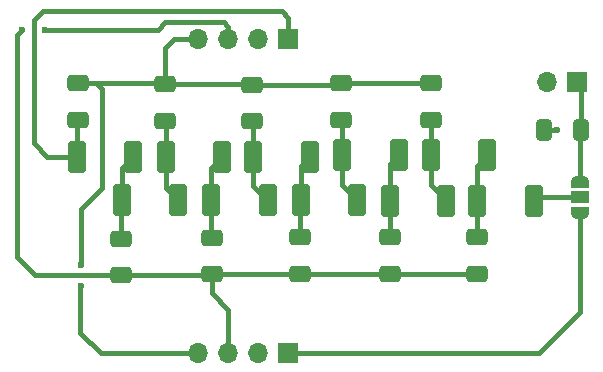
<source format=gbr>
%TF.GenerationSoftware,KiCad,Pcbnew,8.0.2*%
%TF.CreationDate,2024-06-27T01:43:15-06:00*%
%TF.ProjectId,2024_NE555_ChargePump_Expansion,32303234-5f4e-4453-9535-355f43686172,rev?*%
%TF.SameCoordinates,Original*%
%TF.FileFunction,Copper,L1,Top*%
%TF.FilePolarity,Positive*%
%FSLAX46Y46*%
G04 Gerber Fmt 4.6, Leading zero omitted, Abs format (unit mm)*
G04 Created by KiCad (PCBNEW 8.0.2) date 2024-06-27 01:43:15*
%MOMM*%
%LPD*%
G01*
G04 APERTURE LIST*
G04 Aperture macros list*
%AMRoundRect*
0 Rectangle with rounded corners*
0 $1 Rounding radius*
0 $2 $3 $4 $5 $6 $7 $8 $9 X,Y pos of 4 corners*
0 Add a 4 corners polygon primitive as box body*
4,1,4,$2,$3,$4,$5,$6,$7,$8,$9,$2,$3,0*
0 Add four circle primitives for the rounded corners*
1,1,$1+$1,$2,$3*
1,1,$1+$1,$4,$5*
1,1,$1+$1,$6,$7*
1,1,$1+$1,$8,$9*
0 Add four rect primitives between the rounded corners*
20,1,$1+$1,$2,$3,$4,$5,0*
20,1,$1+$1,$4,$5,$6,$7,0*
20,1,$1+$1,$6,$7,$8,$9,0*
20,1,$1+$1,$8,$9,$2,$3,0*%
%AMFreePoly0*
4,1,19,0.550000,-0.750000,0.000000,-0.750000,0.000000,-0.744911,-0.071157,-0.744911,-0.207708,-0.704816,-0.327430,-0.627875,-0.420627,-0.520320,-0.479746,-0.390866,-0.500000,-0.250000,-0.500000,0.250000,-0.479746,0.390866,-0.420627,0.520320,-0.327430,0.627875,-0.207708,0.704816,-0.071157,0.744911,0.000000,0.744911,0.000000,0.750000,0.550000,0.750000,0.550000,-0.750000,0.550000,-0.750000,
$1*%
%AMFreePoly1*
4,1,19,0.000000,0.744911,0.071157,0.744911,0.207708,0.704816,0.327430,0.627875,0.420627,0.520320,0.479746,0.390866,0.500000,0.250000,0.500000,-0.250000,0.479746,-0.390866,0.420627,-0.520320,0.327430,-0.627875,0.207708,-0.704816,0.071157,-0.744911,0.000000,-0.744911,0.000000,-0.750000,-0.550000,-0.750000,-0.550000,0.750000,0.000000,0.750000,0.000000,0.744911,0.000000,0.744911,
$1*%
G04 Aperture macros list end*
%TA.AperFunction,ComponentPad*%
%ADD10R,1.700000X1.700000*%
%TD*%
%TA.AperFunction,ComponentPad*%
%ADD11O,1.700000X1.700000*%
%TD*%
%TA.AperFunction,SMDPad,CuDef*%
%ADD12RoundRect,0.250000X0.500000X1.100000X-0.500000X1.100000X-0.500000X-1.100000X0.500000X-1.100000X0*%
%TD*%
%TA.AperFunction,SMDPad,CuDef*%
%ADD13RoundRect,0.250000X-0.650000X0.412500X-0.650000X-0.412500X0.650000X-0.412500X0.650000X0.412500X0*%
%TD*%
%TA.AperFunction,SMDPad,CuDef*%
%ADD14RoundRect,0.250000X0.650000X-0.412500X0.650000X0.412500X-0.650000X0.412500X-0.650000X-0.412500X0*%
%TD*%
%TA.AperFunction,SMDPad,CuDef*%
%ADD15RoundRect,0.250000X0.412500X0.650000X-0.412500X0.650000X-0.412500X-0.650000X0.412500X-0.650000X0*%
%TD*%
%TA.AperFunction,SMDPad,CuDef*%
%ADD16FreePoly0,270.000000*%
%TD*%
%TA.AperFunction,SMDPad,CuDef*%
%ADD17R,1.500000X1.000000*%
%TD*%
%TA.AperFunction,SMDPad,CuDef*%
%ADD18FreePoly1,270.000000*%
%TD*%
%TA.AperFunction,ViaPad*%
%ADD19C,0.600000*%
%TD*%
%TA.AperFunction,Conductor*%
%ADD20C,0.381000*%
%TD*%
G04 APERTURE END LIST*
D10*
%TO.P,J1,1,Pin_1*%
%TO.N,/Charge_In*%
X152247600Y-60350400D03*
D11*
%TO.P,J1,2,Pin_2*%
%TO.N,GND*%
X149707600Y-60350400D03*
%TO.P,J1,3,Pin_3*%
%TO.N,/SQUARE_2*%
X147167600Y-60350400D03*
%TO.P,J1,4,Pin_4*%
%TO.N,/SQUARE_1*%
X144627600Y-60350400D03*
%TD*%
D12*
%TO.P,D4,1,K*%
%TO.N,Net-(D4-K)*%
X142938200Y-74015600D03*
%TO.P,D4,2,A*%
%TO.N,Net-(D3-K)*%
X138138200Y-74015600D03*
%TD*%
D13*
%TO.P,C5,1*%
%TO.N,Net-(D3-K)*%
X138074400Y-77240600D03*
%TO.P,C5,2*%
%TO.N,/SQUARE_2*%
X138074400Y-80365600D03*
%TD*%
D14*
%TO.P,C9,1*%
%TO.N,Net-(D6-K)*%
X149148800Y-67323100D03*
%TO.P,C9,2*%
%TO.N,/SQUARE_1*%
X149148800Y-64198100D03*
%TD*%
D15*
%TO.P,C8,1*%
%TO.N,Net-(J2-Pin_1)*%
X177051100Y-68021200D03*
%TO.P,C8,2*%
%TO.N,GND*%
X173926100Y-68021200D03*
%TD*%
D13*
%TO.P,C14,1*%
%TO.N,Net-(D11-K)*%
X168173400Y-77075900D03*
%TO.P,C14,2*%
%TO.N,/SQUARE_2*%
X168173400Y-80200900D03*
%TD*%
D12*
%TO.P,D8,1,K*%
%TO.N,Net-(D8-K)*%
X158076600Y-74015600D03*
%TO.P,D8,2,A*%
%TO.N,Net-(D7-K)*%
X153276600Y-74015600D03*
%TD*%
D10*
%TO.P,J2,1,Pin_1*%
%TO.N,Net-(J2-Pin_1)*%
X176687400Y-63957200D03*
D11*
%TO.P,J2,2,Pin_2*%
%TO.N,GND*%
X174147400Y-63957200D03*
%TD*%
D12*
%TO.P,D6,1,K*%
%TO.N,Net-(D6-K)*%
X150495000Y-74015600D03*
%TO.P,D6,2,A*%
%TO.N,Net-(D5-K)*%
X145695000Y-74015600D03*
%TD*%
D13*
%TO.P,C7,1*%
%TO.N,Net-(D5-K)*%
X145745200Y-77152100D03*
%TO.P,C7,2*%
%TO.N,/SQUARE_2*%
X145745200Y-80277100D03*
%TD*%
D16*
%TO.P,JP1,1,A*%
%TO.N,Net-(J2-Pin_1)*%
X176951900Y-72461600D03*
D17*
%TO.P,JP1,2,C*%
%TO.N,Net-(D12-K)*%
X176951900Y-73761600D03*
D18*
%TO.P,JP1,3,B*%
%TO.N,/Charge_Out*%
X176951900Y-75061600D03*
%TD*%
D12*
%TO.P,D11,1,K*%
%TO.N,Net-(D11-K)*%
X169100200Y-70205600D03*
%TO.P,D11,2,A*%
%TO.N,Net-(D10-K)*%
X164300200Y-70205600D03*
%TD*%
%TO.P,D5,1,K*%
%TO.N,Net-(D5-K)*%
X146646600Y-70307200D03*
%TO.P,D5,2,A*%
%TO.N,Net-(D4-K)*%
X141846600Y-70307200D03*
%TD*%
D14*
%TO.P,C6,1*%
%TO.N,Net-(D4-K)*%
X141833600Y-67246900D03*
%TO.P,C6,2*%
%TO.N,/SQUARE_1*%
X141833600Y-64121900D03*
%TD*%
D10*
%TO.P,J3,1,Pin_1*%
%TO.N,/Charge_Out*%
X152237600Y-86938000D03*
D11*
%TO.P,J3,2,Pin_2*%
%TO.N,GND*%
X149697600Y-86938000D03*
%TO.P,J3,3,Pin_3*%
%TO.N,/SQUARE_2*%
X147157600Y-86938000D03*
%TO.P,J3,4,Pin_4*%
%TO.N,/SQUARE_1*%
X144617600Y-86938000D03*
%TD*%
D12*
%TO.P,D12,1,K*%
%TO.N,Net-(D12-K)*%
X173037200Y-74041000D03*
%TO.P,D12,2,A*%
%TO.N,Net-(D11-K)*%
X168237200Y-74041000D03*
%TD*%
D14*
%TO.P,C11,1*%
%TO.N,Net-(D8-K)*%
X156718000Y-67208400D03*
%TO.P,C11,2*%
%TO.N,/SQUARE_1*%
X156718000Y-64083400D03*
%TD*%
D13*
%TO.P,C10,1*%
%TO.N,Net-(D7-K)*%
X153263600Y-77075900D03*
%TO.P,C10,2*%
%TO.N,/SQUARE_2*%
X153263600Y-80200900D03*
%TD*%
D12*
%TO.P,D7,1,K*%
%TO.N,Net-(D7-K)*%
X154038000Y-70332600D03*
%TO.P,D7,2,A*%
%TO.N,Net-(D6-K)*%
X149238000Y-70332600D03*
%TD*%
D13*
%TO.P,C12,1*%
%TO.N,Net-(D10-A)*%
X160807400Y-77126700D03*
%TO.P,C12,2*%
%TO.N,/SQUARE_2*%
X160807400Y-80251700D03*
%TD*%
D12*
%TO.P,D3,1,K*%
%TO.N,Net-(D3-K)*%
X139115200Y-70307200D03*
%TO.P,D3,2,A*%
%TO.N,/Charge_In*%
X134315200Y-70307200D03*
%TD*%
%TO.P,D10,1,K*%
%TO.N,Net-(D10-K)*%
X165620400Y-74041000D03*
%TO.P,D10,2,A*%
%TO.N,Net-(D10-A)*%
X160820400Y-74041000D03*
%TD*%
%TO.P,D9,1,K*%
%TO.N,Net-(D10-A)*%
X161581800Y-70205600D03*
%TO.P,D9,2,A*%
%TO.N,Net-(D8-K)*%
X156781800Y-70205600D03*
%TD*%
D14*
%TO.P,C4,1*%
%TO.N,/Charge_In*%
X134391400Y-67221500D03*
%TO.P,C4,2*%
%TO.N,/SQUARE_1*%
X134391400Y-64096500D03*
%TD*%
%TO.P,C13,1*%
%TO.N,Net-(D10-K)*%
X164287200Y-67196100D03*
%TO.P,C13,2*%
%TO.N,/SQUARE_1*%
X164287200Y-64071100D03*
%TD*%
D19*
%TO.N,/SQUARE_1*%
X134670800Y-79502000D03*
X134645400Y-81280000D03*
%TO.N,/SQUARE_2*%
X131648200Y-59588400D03*
X129667000Y-59613800D03*
%TO.N,GND*%
X174955200Y-68021200D03*
%TD*%
D20*
%TO.N,/SQUARE_1*%
X136423400Y-64579100D02*
X135940800Y-64096500D01*
X136423400Y-72974200D02*
X136423400Y-64579100D01*
X134391400Y-64096500D02*
X135940800Y-64096500D01*
X135940800Y-64096500D02*
X141808200Y-64096500D01*
X134670800Y-74726800D02*
X136423400Y-72974200D01*
X134620000Y-81305400D02*
X134645400Y-81280000D01*
X134620000Y-85217000D02*
X134620000Y-81305400D01*
X134670800Y-79502000D02*
X134670800Y-74726800D01*
X136341000Y-86938000D02*
X134620000Y-85217000D01*
X144617600Y-86938000D02*
X136341000Y-86938000D01*
%TO.N,/SQUARE_2*%
X147167600Y-59334400D02*
X147167600Y-60350400D01*
X146761200Y-58928000D02*
X147167600Y-59334400D01*
X141833600Y-58928000D02*
X146761200Y-58928000D01*
X141173200Y-59588400D02*
X141833600Y-58928000D01*
X131648200Y-59588400D02*
X141173200Y-59588400D01*
X129235200Y-60045600D02*
X129667000Y-59613800D01*
X129235200Y-78790800D02*
X129235200Y-60045600D01*
X130810000Y-80365600D02*
X129235200Y-78790800D01*
X138074400Y-80365600D02*
X130810000Y-80365600D01*
%TO.N,/SQUARE_1*%
X141833600Y-61087000D02*
X142570200Y-60350400D01*
X141833600Y-64121900D02*
X141833600Y-61087000D01*
X144627600Y-60350400D02*
X142570200Y-60350400D01*
%TO.N,/Charge_In*%
X131826000Y-70307200D02*
X130683000Y-69164200D01*
X134315200Y-70307200D02*
X131826000Y-70307200D01*
X130683000Y-58775600D02*
X130683000Y-69164200D01*
X151663400Y-57988200D02*
X131470400Y-57988200D01*
X152247600Y-58572400D02*
X151663400Y-57988200D01*
X131470400Y-57988200D02*
X130683000Y-58775600D01*
X152247600Y-60350400D02*
X152247600Y-58572400D01*
%TO.N,GND*%
X173926100Y-68021200D02*
X174955200Y-68021200D01*
%TO.N,/SQUARE_1*%
X149072600Y-64121900D02*
X149148800Y-64198100D01*
X156603300Y-64198100D02*
X156718000Y-64083400D01*
X156718000Y-64083400D02*
X156730300Y-64071100D01*
X149148800Y-64198100D02*
X156603300Y-64198100D01*
X141808200Y-64096500D02*
X141833600Y-64121900D01*
X156730300Y-64071100D02*
X164287200Y-64071100D01*
X141833600Y-64121900D02*
X149072600Y-64121900D01*
%TO.N,/SQUARE_2*%
X160858200Y-80200900D02*
X160807400Y-80251700D01*
X145745200Y-80277100D02*
X153187400Y-80277100D01*
X153187400Y-80277100D02*
X153263600Y-80200900D01*
X160756600Y-80200900D02*
X160807400Y-80251700D01*
X145656700Y-80365600D02*
X145745200Y-80277100D01*
X153263600Y-80200900D02*
X160756600Y-80200900D01*
X147157600Y-83276600D02*
X145745200Y-81864200D01*
X145745200Y-81864200D02*
X145745200Y-80277100D01*
X147157600Y-86938000D02*
X147157600Y-83276600D01*
X168173400Y-80200900D02*
X160858200Y-80200900D01*
X138074400Y-80365600D02*
X145656700Y-80365600D01*
%TO.N,/Charge_In*%
X134315200Y-70307200D02*
X134315200Y-67297700D01*
X134315200Y-67297700D02*
X134391400Y-67221500D01*
%TO.N,Net-(D3-K)*%
X138074400Y-74079400D02*
X138138200Y-74015600D01*
X138138200Y-74015600D02*
X138138200Y-71284200D01*
X138138200Y-71284200D02*
X139115200Y-70307200D01*
X138074400Y-77240600D02*
X138074400Y-74079400D01*
%TO.N,Net-(D4-K)*%
X141846600Y-72924000D02*
X141846600Y-70307200D01*
X142938200Y-74015600D02*
X141846600Y-72924000D01*
X141846600Y-70307200D02*
X141846600Y-67259900D01*
X141846600Y-67259900D02*
X141833600Y-67246900D01*
%TO.N,Net-(D5-K)*%
X146646600Y-70307200D02*
X145695000Y-71258800D01*
X145695000Y-77101900D02*
X145745200Y-77152100D01*
X145695000Y-71258800D02*
X145695000Y-74015600D01*
X145695000Y-74015600D02*
X145695000Y-77101900D01*
%TO.N,Net-(D6-K)*%
X149238000Y-72758600D02*
X149238000Y-70332600D01*
X149238000Y-70332600D02*
X149238000Y-67412300D01*
X150495000Y-74015600D02*
X149238000Y-72758600D01*
X149238000Y-67412300D02*
X149148800Y-67323100D01*
%TO.N,Net-(D8-K)*%
X158076600Y-74015600D02*
X156781800Y-72720800D01*
X156781800Y-72720800D02*
X156781800Y-70205600D01*
X156781800Y-67272200D02*
X156718000Y-67208400D01*
X156781800Y-70205600D02*
X156781800Y-67272200D01*
%TO.N,Net-(D10-A)*%
X160820400Y-70967000D02*
X160820400Y-74041000D01*
X160807400Y-77126700D02*
X160807400Y-74054000D01*
X161581800Y-70205600D02*
X160820400Y-70967000D01*
X160807400Y-74054000D02*
X160820400Y-74041000D01*
%TO.N,Net-(D10-K)*%
X164300200Y-70205600D02*
X164300200Y-67209100D01*
X165620400Y-74041000D02*
X164300200Y-72720800D01*
X164300200Y-72720800D02*
X164300200Y-70205600D01*
X164300200Y-67209100D02*
X164287200Y-67196100D01*
%TO.N,Net-(D11-K)*%
X168173400Y-77075900D02*
X168173400Y-74104800D01*
X168237200Y-74041000D02*
X168237200Y-71068600D01*
X168173400Y-74104800D02*
X168237200Y-74041000D01*
X168237200Y-71068600D02*
X169100200Y-70205600D01*
%TO.N,Net-(D7-K)*%
X153263600Y-74028600D02*
X153276600Y-74015600D01*
X153276600Y-71094000D02*
X153276600Y-74015600D01*
X154038000Y-70332600D02*
X153276600Y-71094000D01*
X153263600Y-77075900D02*
X153263600Y-74028600D01*
%TO.N,Net-(D12-K)*%
X173316600Y-73761600D02*
X173037200Y-74041000D01*
X176951900Y-73761600D02*
X173316600Y-73761600D01*
%TO.N,Net-(J2-Pin_1)*%
X177051100Y-64320900D02*
X176687400Y-63957200D01*
X177051100Y-68021200D02*
X177051100Y-64320900D01*
X176951900Y-68120400D02*
X177051100Y-68021200D01*
X176951900Y-72461600D02*
X176951900Y-68120400D01*
%TO.N,/Charge_Out*%
X173488200Y-86938000D02*
X176951900Y-83474300D01*
X152237600Y-86938000D02*
X173488200Y-86938000D01*
X176951900Y-83474300D02*
X176951900Y-75061600D01*
%TD*%
M02*

</source>
